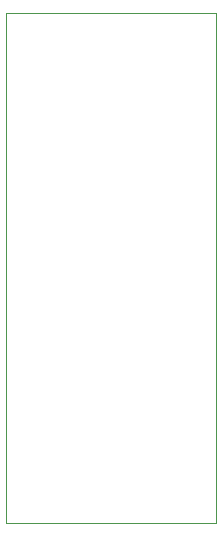
<source format=gm1>
%TF.GenerationSoftware,KiCad,Pcbnew,5.1.8*%
%TF.CreationDate,2020-11-13T00:47:03+03:00*%
%TF.ProjectId,leech,6c656563-682e-46b6-9963-61645f706362,rev?*%
%TF.SameCoordinates,Original*%
%TF.FileFunction,Profile,NP*%
%FSLAX46Y46*%
G04 Gerber Fmt 4.6, Leading zero omitted, Abs format (unit mm)*
G04 Created by KiCad (PCBNEW 5.1.8) date 2020-11-13 00:47:03*
%MOMM*%
%LPD*%
G01*
G04 APERTURE LIST*
%TA.AperFunction,Profile*%
%ADD10C,0.050000*%
%TD*%
G04 APERTURE END LIST*
D10*
X24130000Y-67310000D02*
X24130000Y-24130000D01*
X41910000Y-67310000D02*
X24130000Y-67310000D01*
X41910000Y-24130000D02*
X41910000Y-67310000D01*
X24130000Y-24130000D02*
X41910000Y-24130000D01*
M02*

</source>
